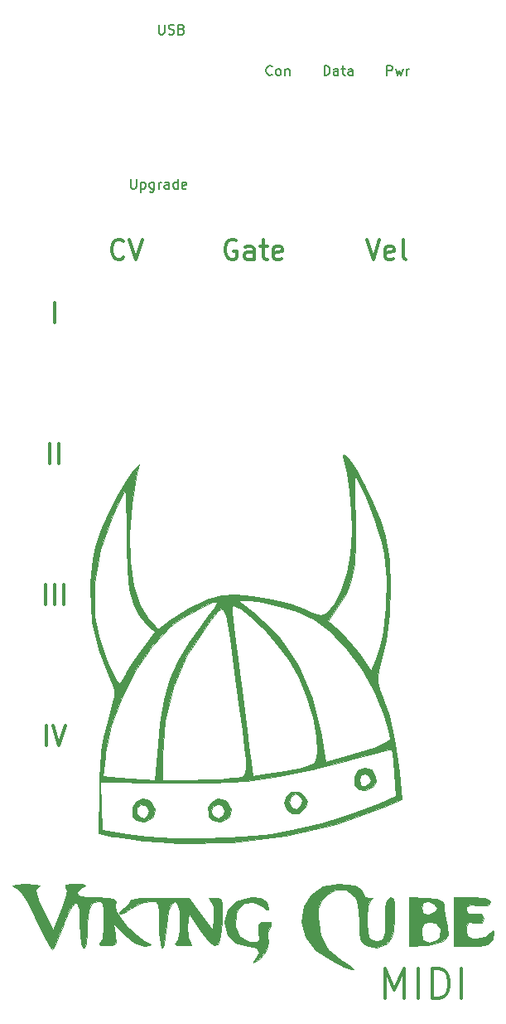
<source format=gbr>
%TF.GenerationSoftware,KiCad,Pcbnew,(6.0.6)*%
%TF.CreationDate,2022-11-26T15:14:55+01:00*%
%TF.ProjectId,vcer-midi-to-cv,76636572-2d6d-4696-9469-2d746f2d6376,rev?*%
%TF.SameCoordinates,Original*%
%TF.FileFunction,Legend,Top*%
%TF.FilePolarity,Positive*%
%FSLAX46Y46*%
G04 Gerber Fmt 4.6, Leading zero omitted, Abs format (unit mm)*
G04 Created by KiCad (PCBNEW (6.0.6)) date 2022-11-26 15:14:55*
%MOMM*%
%LPD*%
G01*
G04 APERTURE LIST*
%ADD10C,0.300000*%
%ADD11C,0.150000*%
%ADD12C,0.010000*%
G04 APERTURE END LIST*
D10*
X-66621466Y-70679761D02*
X-66621466Y-68679761D01*
X-65669086Y-70679761D02*
X-65669086Y-68679761D01*
X-64716705Y-70679761D02*
X-64716705Y-68679761D01*
X-31903571Y-110882142D02*
X-31903571Y-107882142D01*
X-30903571Y-110025000D01*
X-29903571Y-107882142D01*
X-29903571Y-110882142D01*
X-28475000Y-110882142D02*
X-28475000Y-107882142D01*
X-27046428Y-110882142D02*
X-27046428Y-107882142D01*
X-26332142Y-107882142D01*
X-25903571Y-108025000D01*
X-25617857Y-108310714D01*
X-25475000Y-108596428D01*
X-25332142Y-109167857D01*
X-25332142Y-109596428D01*
X-25475000Y-110167857D01*
X-25617857Y-110453571D01*
X-25903571Y-110739285D01*
X-26332142Y-110882142D01*
X-27046428Y-110882142D01*
X-24046428Y-110882142D02*
X-24046428Y-107882142D01*
D11*
X-31714324Y-16652380D02*
X-31714324Y-15652380D01*
X-31333371Y-15652380D01*
X-31238133Y-15700000D01*
X-31190514Y-15747619D01*
X-31142895Y-15842857D01*
X-31142895Y-15985714D01*
X-31190514Y-16080952D01*
X-31238133Y-16128571D01*
X-31333371Y-16176190D01*
X-31714324Y-16176190D01*
X-30809562Y-15985714D02*
X-30619086Y-16652380D01*
X-30428609Y-16176190D01*
X-30238133Y-16652380D01*
X-30047657Y-15985714D01*
X-29666705Y-16652380D02*
X-29666705Y-15985714D01*
X-29666705Y-16176190D02*
X-29619086Y-16080952D01*
X-29571466Y-16033333D01*
X-29476228Y-15985714D01*
X-29380990Y-15985714D01*
X-38096466Y-16652380D02*
X-38096466Y-15652380D01*
X-37858371Y-15652380D01*
X-37715514Y-15700000D01*
X-37620276Y-15795238D01*
X-37572657Y-15890476D01*
X-37525038Y-16080952D01*
X-37525038Y-16223809D01*
X-37572657Y-16414285D01*
X-37620276Y-16509523D01*
X-37715514Y-16604761D01*
X-37858371Y-16652380D01*
X-38096466Y-16652380D01*
X-36667895Y-16652380D02*
X-36667895Y-16128571D01*
X-36715514Y-16033333D01*
X-36810752Y-15985714D01*
X-37001228Y-15985714D01*
X-37096466Y-16033333D01*
X-36667895Y-16604761D02*
X-36763133Y-16652380D01*
X-37001228Y-16652380D01*
X-37096466Y-16604761D01*
X-37144086Y-16509523D01*
X-37144086Y-16414285D01*
X-37096466Y-16319047D01*
X-37001228Y-16271428D01*
X-36763133Y-16271428D01*
X-36667895Y-16223809D01*
X-36334562Y-15985714D02*
X-35953609Y-15985714D01*
X-36191705Y-15652380D02*
X-36191705Y-16509523D01*
X-36144086Y-16604761D01*
X-36048847Y-16652380D01*
X-35953609Y-16652380D01*
X-35191705Y-16652380D02*
X-35191705Y-16128571D01*
X-35239324Y-16033333D01*
X-35334562Y-15985714D01*
X-35525038Y-15985714D01*
X-35620276Y-16033333D01*
X-35191705Y-16604761D02*
X-35286943Y-16652380D01*
X-35525038Y-16652380D01*
X-35620276Y-16604761D01*
X-35667895Y-16509523D01*
X-35667895Y-16414285D01*
X-35620276Y-16319047D01*
X-35525038Y-16271428D01*
X-35286943Y-16271428D01*
X-35191705Y-16223809D01*
D10*
X-66145276Y-56279761D02*
X-66145276Y-54279761D01*
X-65192895Y-56279761D02*
X-65192895Y-54279761D01*
X-33766705Y-33429761D02*
X-33100038Y-35429761D01*
X-32433371Y-33429761D01*
X-31004800Y-35334523D02*
X-31195276Y-35429761D01*
X-31576228Y-35429761D01*
X-31766705Y-35334523D01*
X-31861943Y-35144047D01*
X-31861943Y-34382142D01*
X-31766705Y-34191666D01*
X-31576228Y-34096428D01*
X-31195276Y-34096428D01*
X-31004800Y-34191666D01*
X-30909562Y-34382142D01*
X-30909562Y-34572619D01*
X-31861943Y-34763095D01*
X-29766705Y-35429761D02*
X-29957181Y-35334523D01*
X-30052419Y-35144047D01*
X-30052419Y-33429761D01*
X-66526228Y-85079761D02*
X-66526228Y-83079761D01*
X-65859562Y-83079761D02*
X-65192895Y-85079761D01*
X-64526228Y-83079761D01*
X-65669086Y-41879761D02*
X-65669086Y-39879761D01*
D11*
X-43414324Y-16557142D02*
X-43461943Y-16604761D01*
X-43604800Y-16652380D01*
X-43700038Y-16652380D01*
X-43842895Y-16604761D01*
X-43938133Y-16509523D01*
X-43985752Y-16414285D01*
X-44033371Y-16223809D01*
X-44033371Y-16080952D01*
X-43985752Y-15890476D01*
X-43938133Y-15795238D01*
X-43842895Y-15700000D01*
X-43700038Y-15652380D01*
X-43604800Y-15652380D01*
X-43461943Y-15700000D01*
X-43414324Y-15747619D01*
X-42842895Y-16652380D02*
X-42938133Y-16604761D01*
X-42985752Y-16557142D01*
X-43033371Y-16461904D01*
X-43033371Y-16176190D01*
X-42985752Y-16080952D01*
X-42938133Y-16033333D01*
X-42842895Y-15985714D01*
X-42700038Y-15985714D01*
X-42604800Y-16033333D01*
X-42557181Y-16080952D01*
X-42509562Y-16176190D01*
X-42509562Y-16461904D01*
X-42557181Y-16557142D01*
X-42604800Y-16604761D01*
X-42700038Y-16652380D01*
X-42842895Y-16652380D01*
X-42080990Y-15985714D02*
X-42080990Y-16652380D01*
X-42080990Y-16080952D02*
X-42033371Y-16033333D01*
X-41938133Y-15985714D01*
X-41795276Y-15985714D01*
X-41700038Y-16033333D01*
X-41652419Y-16128571D01*
X-41652419Y-16652380D01*
D10*
X-58607181Y-35239285D02*
X-58702419Y-35334523D01*
X-58988133Y-35429761D01*
X-59178609Y-35429761D01*
X-59464324Y-35334523D01*
X-59654800Y-35144047D01*
X-59750038Y-34953571D01*
X-59845276Y-34572619D01*
X-59845276Y-34286904D01*
X-59750038Y-33905952D01*
X-59654800Y-33715476D01*
X-59464324Y-33525000D01*
X-59178609Y-33429761D01*
X-58988133Y-33429761D01*
X-58702419Y-33525000D01*
X-58607181Y-33620238D01*
X-58035752Y-33429761D02*
X-57369086Y-35429761D01*
X-56702419Y-33429761D01*
X-47103609Y-33525000D02*
X-47294086Y-33429761D01*
X-47579800Y-33429761D01*
X-47865514Y-33525000D01*
X-48055990Y-33715476D01*
X-48151228Y-33905952D01*
X-48246466Y-34286904D01*
X-48246466Y-34572619D01*
X-48151228Y-34953571D01*
X-48055990Y-35144047D01*
X-47865514Y-35334523D01*
X-47579800Y-35429761D01*
X-47389324Y-35429761D01*
X-47103609Y-35334523D01*
X-47008371Y-35239285D01*
X-47008371Y-34572619D01*
X-47389324Y-34572619D01*
X-45294086Y-35429761D02*
X-45294086Y-34382142D01*
X-45389324Y-34191666D01*
X-45579800Y-34096428D01*
X-45960752Y-34096428D01*
X-46151228Y-34191666D01*
X-45294086Y-35334523D02*
X-45484562Y-35429761D01*
X-45960752Y-35429761D01*
X-46151228Y-35334523D01*
X-46246466Y-35144047D01*
X-46246466Y-34953571D01*
X-46151228Y-34763095D01*
X-45960752Y-34667857D01*
X-45484562Y-34667857D01*
X-45294086Y-34572619D01*
X-44627419Y-34096428D02*
X-43865514Y-34096428D01*
X-44341705Y-33429761D02*
X-44341705Y-35144047D01*
X-44246466Y-35334523D01*
X-44055990Y-35429761D01*
X-43865514Y-35429761D01*
X-42436943Y-35334523D02*
X-42627419Y-35429761D01*
X-43008371Y-35429761D01*
X-43198847Y-35334523D01*
X-43294086Y-35144047D01*
X-43294086Y-34382142D01*
X-43198847Y-34191666D01*
X-43008371Y-34096428D01*
X-42627419Y-34096428D01*
X-42436943Y-34191666D01*
X-42341705Y-34382142D01*
X-42341705Y-34572619D01*
X-43294086Y-34763095D01*
D11*
X-55005990Y-11477380D02*
X-55005990Y-12286904D01*
X-54958371Y-12382142D01*
X-54910752Y-12429761D01*
X-54815514Y-12477380D01*
X-54625038Y-12477380D01*
X-54529800Y-12429761D01*
X-54482181Y-12382142D01*
X-54434562Y-12286904D01*
X-54434562Y-11477380D01*
X-54005990Y-12429761D02*
X-53863133Y-12477380D01*
X-53625038Y-12477380D01*
X-53529800Y-12429761D01*
X-53482181Y-12382142D01*
X-53434562Y-12286904D01*
X-53434562Y-12191666D01*
X-53482181Y-12096428D01*
X-53529800Y-12048809D01*
X-53625038Y-12001190D01*
X-53815514Y-11953571D01*
X-53910752Y-11905952D01*
X-53958371Y-11858333D01*
X-54005990Y-11763095D01*
X-54005990Y-11667857D01*
X-53958371Y-11572619D01*
X-53910752Y-11525000D01*
X-53815514Y-11477380D01*
X-53577419Y-11477380D01*
X-53434562Y-11525000D01*
X-52672657Y-11953571D02*
X-52529800Y-12001190D01*
X-52482181Y-12048809D01*
X-52434562Y-12144047D01*
X-52434562Y-12286904D01*
X-52482181Y-12382142D01*
X-52529800Y-12429761D01*
X-52625038Y-12477380D01*
X-53005990Y-12477380D01*
X-53005990Y-11477380D01*
X-52672657Y-11477380D01*
X-52577419Y-11525000D01*
X-52529800Y-11572619D01*
X-52482181Y-11667857D01*
X-52482181Y-11763095D01*
X-52529800Y-11858333D01*
X-52577419Y-11905952D01*
X-52672657Y-11953571D01*
X-53005990Y-11953571D01*
X-57877419Y-27227380D02*
X-57877419Y-28036904D01*
X-57829800Y-28132142D01*
X-57782181Y-28179761D01*
X-57686943Y-28227380D01*
X-57496466Y-28227380D01*
X-57401228Y-28179761D01*
X-57353609Y-28132142D01*
X-57305990Y-28036904D01*
X-57305990Y-27227380D01*
X-56829800Y-27560714D02*
X-56829800Y-28560714D01*
X-56829800Y-27608333D02*
X-56734562Y-27560714D01*
X-56544085Y-27560714D01*
X-56448847Y-27608333D01*
X-56401228Y-27655952D01*
X-56353609Y-27751190D01*
X-56353609Y-28036904D01*
X-56401228Y-28132142D01*
X-56448847Y-28179761D01*
X-56544085Y-28227380D01*
X-56734562Y-28227380D01*
X-56829800Y-28179761D01*
X-55496466Y-27560714D02*
X-55496466Y-28370238D01*
X-55544086Y-28465476D01*
X-55591705Y-28513095D01*
X-55686943Y-28560714D01*
X-55829800Y-28560714D01*
X-55925038Y-28513095D01*
X-55496466Y-28179761D02*
X-55591705Y-28227380D01*
X-55782181Y-28227380D01*
X-55877419Y-28179761D01*
X-55925038Y-28132142D01*
X-55972657Y-28036904D01*
X-55972657Y-27751190D01*
X-55925038Y-27655952D01*
X-55877419Y-27608333D01*
X-55782181Y-27560714D01*
X-55591705Y-27560714D01*
X-55496466Y-27608333D01*
X-55020276Y-28227380D02*
X-55020276Y-27560714D01*
X-55020276Y-27751190D02*
X-54972657Y-27655952D01*
X-54925038Y-27608333D01*
X-54829800Y-27560714D01*
X-54734562Y-27560714D01*
X-53972657Y-28227380D02*
X-53972657Y-27703571D01*
X-54020276Y-27608333D01*
X-54115514Y-27560714D01*
X-54305990Y-27560714D01*
X-54401228Y-27608333D01*
X-53972657Y-28179761D02*
X-54067895Y-28227380D01*
X-54305990Y-28227380D01*
X-54401228Y-28179761D01*
X-54448847Y-28084523D01*
X-54448847Y-27989285D01*
X-54401228Y-27894047D01*
X-54305990Y-27846428D01*
X-54067895Y-27846428D01*
X-53972657Y-27798809D01*
X-53067895Y-28227380D02*
X-53067895Y-27227380D01*
X-53067895Y-28179761D02*
X-53163133Y-28227380D01*
X-53353609Y-28227380D01*
X-53448847Y-28179761D01*
X-53496466Y-28132142D01*
X-53544086Y-28036904D01*
X-53544086Y-27751190D01*
X-53496466Y-27655952D01*
X-53448847Y-27608333D01*
X-53353609Y-27560714D01*
X-53163133Y-27560714D01*
X-53067895Y-27608333D01*
X-52210752Y-28179761D02*
X-52305990Y-28227380D01*
X-52496466Y-28227380D01*
X-52591705Y-28179761D01*
X-52639324Y-28084523D01*
X-52639324Y-27703571D01*
X-52591705Y-27608333D01*
X-52496466Y-27560714D01*
X-52305990Y-27560714D01*
X-52210752Y-27608333D01*
X-52163133Y-27703571D01*
X-52163133Y-27798809D01*
X-52639324Y-27894047D01*
%TO.C,G\u002A\u002A\u002A*%
G36*
X-41976486Y-90236210D02*
G01*
X-41412094Y-89838796D01*
X-40691830Y-89855518D01*
X-40227931Y-90162545D01*
X-39845908Y-90771559D01*
X-40028514Y-91357313D01*
X-40709662Y-91980792D01*
X-41464766Y-91981588D01*
X-41908715Y-91634900D01*
X-42201087Y-90892400D01*
X-41713204Y-90892400D01*
X-41482493Y-91387507D01*
X-40955273Y-91555769D01*
X-40493224Y-91250441D01*
X-40355941Y-90676172D01*
X-40396213Y-90531151D01*
X-40824499Y-90079044D01*
X-41043056Y-90027777D01*
X-41558664Y-90300707D01*
X-41713204Y-90892400D01*
X-42201087Y-90892400D01*
X-42202771Y-90888124D01*
X-41976486Y-90236210D01*
G37*
D12*
X-41976486Y-90236210D02*
X-41412094Y-89838796D01*
X-40691830Y-89855518D01*
X-40227931Y-90162545D01*
X-39845908Y-90771559D01*
X-40028514Y-91357313D01*
X-40709662Y-91980792D01*
X-41464766Y-91981588D01*
X-41908715Y-91634900D01*
X-42201087Y-90892400D01*
X-41713204Y-90892400D01*
X-41482493Y-91387507D01*
X-40955273Y-91555769D01*
X-40493224Y-91250441D01*
X-40355941Y-90676172D01*
X-40396213Y-90531151D01*
X-40824499Y-90079044D01*
X-41043056Y-90027777D01*
X-41558664Y-90300707D01*
X-41713204Y-90892400D01*
X-42201087Y-90892400D01*
X-42202771Y-90888124D01*
X-41976486Y-90236210D01*
G36*
X-34957639Y-99422350D02*
G01*
X-34338917Y-99771359D01*
X-34163889Y-100123089D01*
X-33874216Y-100538719D01*
X-33546528Y-100616513D01*
X-33162326Y-100691298D01*
X-33390476Y-100914485D01*
X-33688849Y-101484802D01*
X-33761104Y-102690440D01*
X-33743254Y-103113944D01*
X-33653539Y-104214891D01*
X-33486526Y-104783811D01*
X-33152142Y-104994114D01*
X-32752778Y-105020833D01*
X-32271577Y-104978438D01*
X-32007520Y-104742965D01*
X-31895652Y-104151982D01*
X-31871020Y-103043057D01*
X-31870834Y-102815329D01*
X-31833032Y-101557273D01*
X-31698455Y-100869423D01*
X-31435351Y-100619432D01*
X-31341667Y-100609825D01*
X-31047448Y-100746576D01*
X-30912397Y-101251449D01*
X-30909262Y-102266370D01*
X-30932675Y-102739956D01*
X-31052499Y-104014298D01*
X-31280207Y-104790808D01*
X-31687632Y-105276288D01*
X-31855197Y-105395805D01*
X-32740496Y-105734671D01*
X-33587105Y-105568104D01*
X-34112178Y-105307271D01*
X-34390738Y-104904137D01*
X-34499767Y-104158998D01*
X-34516667Y-103156713D01*
X-34589375Y-101935681D01*
X-34776878Y-100949651D01*
X-34957639Y-100537770D01*
X-35874120Y-99839266D01*
X-36933044Y-99810750D01*
X-37812625Y-100277758D01*
X-38434388Y-100917542D01*
X-38704321Y-101720363D01*
X-38750001Y-102594512D01*
X-38496883Y-104440864D01*
X-37692935Y-105892053D01*
X-36271258Y-107066348D01*
X-36194213Y-107113063D01*
X-35325466Y-107678533D01*
X-35054317Y-107956474D01*
X-35333904Y-107946544D01*
X-36117362Y-107648403D01*
X-37240080Y-107120667D01*
X-38962672Y-105988285D01*
X-40024358Y-104645799D01*
X-40416159Y-103110441D01*
X-40165270Y-101505655D01*
X-39419223Y-100274075D01*
X-38208075Y-99490976D01*
X-36645996Y-99202030D01*
X-34957639Y-99422350D01*
G37*
X-34957639Y-99422350D02*
X-34338917Y-99771359D01*
X-34163889Y-100123089D01*
X-33874216Y-100538719D01*
X-33546528Y-100616513D01*
X-33162326Y-100691298D01*
X-33390476Y-100914485D01*
X-33688849Y-101484802D01*
X-33761104Y-102690440D01*
X-33743254Y-103113944D01*
X-33653539Y-104214891D01*
X-33486526Y-104783811D01*
X-33152142Y-104994114D01*
X-32752778Y-105020833D01*
X-32271577Y-104978438D01*
X-32007520Y-104742965D01*
X-31895652Y-104151982D01*
X-31871020Y-103043057D01*
X-31870834Y-102815329D01*
X-31833032Y-101557273D01*
X-31698455Y-100869423D01*
X-31435351Y-100619432D01*
X-31341667Y-100609825D01*
X-31047448Y-100746576D01*
X-30912397Y-101251449D01*
X-30909262Y-102266370D01*
X-30932675Y-102739956D01*
X-31052499Y-104014298D01*
X-31280207Y-104790808D01*
X-31687632Y-105276288D01*
X-31855197Y-105395805D01*
X-32740496Y-105734671D01*
X-33587105Y-105568104D01*
X-34112178Y-105307271D01*
X-34390738Y-104904137D01*
X-34499767Y-104158998D01*
X-34516667Y-103156713D01*
X-34589375Y-101935681D01*
X-34776878Y-100949651D01*
X-34957639Y-100537770D01*
X-35874120Y-99839266D01*
X-36933044Y-99810750D01*
X-37812625Y-100277758D01*
X-38434388Y-100917542D01*
X-38704321Y-101720363D01*
X-38750001Y-102594512D01*
X-38496883Y-104440864D01*
X-37692935Y-105892053D01*
X-36271258Y-107066348D01*
X-36194213Y-107113063D01*
X-35325466Y-107678533D01*
X-35054317Y-107956474D01*
X-35333904Y-107946544D01*
X-36117362Y-107648403D01*
X-37240080Y-107120667D01*
X-38962672Y-105988285D01*
X-40024358Y-104645799D01*
X-40416159Y-103110441D01*
X-40165270Y-101505655D01*
X-39419223Y-100274075D01*
X-38208075Y-99490976D01*
X-36645996Y-99202030D01*
X-34957639Y-99422350D01*
G36*
X-60899851Y-85703443D02*
G01*
X-60654230Y-84189160D01*
X-60271231Y-82665698D01*
X-60189918Y-82387335D01*
X-59781911Y-80977723D01*
X-59569168Y-80052452D01*
X-59541379Y-79420921D01*
X-59688234Y-78892526D01*
X-59970474Y-78330390D01*
X-61119636Y-75546462D01*
X-61816245Y-72419812D01*
X-62035685Y-69168682D01*
X-61975524Y-68495920D01*
X-61633233Y-68495920D01*
X-61555163Y-71836460D01*
X-61153070Y-73913030D01*
X-60781131Y-75131389D01*
X-60308035Y-76399312D01*
X-59811156Y-77540374D01*
X-59367869Y-78378152D01*
X-59055545Y-78736221D01*
X-59036612Y-78738888D01*
X-58782812Y-78460841D01*
X-58383804Y-77785701D01*
X-58353462Y-77727536D01*
X-57835174Y-76862399D01*
X-57083758Y-75759890D01*
X-56609207Y-75116241D01*
X-55387943Y-73516298D01*
X-56232316Y-72723050D01*
X-57030399Y-71786885D01*
X-57612360Y-70623928D01*
X-58004022Y-69124400D01*
X-58231208Y-67178522D01*
X-58319738Y-64676515D01*
X-58323167Y-63834027D01*
X-58328999Y-62075994D01*
X-58349147Y-60602114D01*
X-58380691Y-59539753D01*
X-58420713Y-59016277D01*
X-58434316Y-58983333D01*
X-58624739Y-59279786D01*
X-59026579Y-60067200D01*
X-59562757Y-61192656D01*
X-59723456Y-61540972D01*
X-61023586Y-65072072D01*
X-61633233Y-68495920D01*
X-61975524Y-68495920D01*
X-61753337Y-66011314D01*
X-61494151Y-64822616D01*
X-60958679Y-63214107D01*
X-60166863Y-61367615D01*
X-59242257Y-59534873D01*
X-58308415Y-57967614D01*
X-57762387Y-57219444D01*
X-57034376Y-56337500D01*
X-57235221Y-57219444D01*
X-57808427Y-60424448D01*
X-58056252Y-63484975D01*
X-57986700Y-66298806D01*
X-57607776Y-68763725D01*
X-56927484Y-70777511D01*
X-56068871Y-72114462D01*
X-55086845Y-73213540D01*
X-53885784Y-72312342D01*
X-52042293Y-71120880D01*
X-50257499Y-70272222D01*
X-46927247Y-70272222D01*
X-45188912Y-71646296D01*
X-42734319Y-74026050D01*
X-40785941Y-76887226D01*
X-39340466Y-80236245D01*
X-38394588Y-84079533D01*
X-38231136Y-85152733D01*
X-38008516Y-86804078D01*
X-36174397Y-86285757D01*
X-34765355Y-85862965D01*
X-33343553Y-85399085D01*
X-32840973Y-85222596D01*
X-31943308Y-84838993D01*
X-31407792Y-84499312D01*
X-31341667Y-84391315D01*
X-31439199Y-83930183D01*
X-31694548Y-83000372D01*
X-32042016Y-81837408D01*
X-32969555Y-79536210D01*
X-34275860Y-77254854D01*
X-35837635Y-75156277D01*
X-37531584Y-73403413D01*
X-38934272Y-72378501D01*
X-37728048Y-72378501D01*
X-36532990Y-73427776D01*
X-35571574Y-74396669D01*
X-34599177Y-75562990D01*
X-34318461Y-75948148D01*
X-33298990Y-77419246D01*
X-32833313Y-76277999D01*
X-32482909Y-75224764D01*
X-32143512Y-73902577D01*
X-32031040Y-73361892D01*
X-31752077Y-70906976D01*
X-31742836Y-68181219D01*
X-31995371Y-65554929D01*
X-32224114Y-64365841D01*
X-32527775Y-63294743D01*
X-32970753Y-61990283D01*
X-33487963Y-60614388D01*
X-34014318Y-59328987D01*
X-34484732Y-58296007D01*
X-34834120Y-57677376D01*
X-34954773Y-57572222D01*
X-34993051Y-57901974D01*
X-35002076Y-58800399D01*
X-34982530Y-60131250D01*
X-34935096Y-61758278D01*
X-34933615Y-61799985D01*
X-34900943Y-64427251D01*
X-35031621Y-66506472D01*
X-35353220Y-68181971D01*
X-35893308Y-69598071D01*
X-36669017Y-70884389D01*
X-37728048Y-72378501D01*
X-38934272Y-72378501D01*
X-39234411Y-72159197D01*
X-39455556Y-72040459D01*
X-40960290Y-71391798D01*
X-42690293Y-70827934D01*
X-44363946Y-70428295D01*
X-45699628Y-70272313D01*
X-45724875Y-70272222D01*
X-46927247Y-70272222D01*
X-50257499Y-70272222D01*
X-50128473Y-70210871D01*
X-48558449Y-69739864D01*
X-47183630Y-69663357D01*
X-45403454Y-69815055D01*
X-43464495Y-70153362D01*
X-41613328Y-70636681D01*
X-40279924Y-71136429D01*
X-39190163Y-71597272D01*
X-38504753Y-71752991D01*
X-38007349Y-71633946D01*
X-37772146Y-71488330D01*
X-37016298Y-70624720D01*
X-36328685Y-69225367D01*
X-35769975Y-67460043D01*
X-35400840Y-65498519D01*
X-35313515Y-64608403D01*
X-35285106Y-63025681D01*
X-35368727Y-61117608D01*
X-35542069Y-59123618D01*
X-35782821Y-57283145D01*
X-36068675Y-55835624D01*
X-36161374Y-55509100D01*
X-36112895Y-55324399D01*
X-35723260Y-55669922D01*
X-35603190Y-55808333D01*
X-34840330Y-56917659D01*
X-33983036Y-58481246D01*
X-33136017Y-60276489D01*
X-32403984Y-62080782D01*
X-31891648Y-63671518D01*
X-31876137Y-63731757D01*
X-31481676Y-66068639D01*
X-31339044Y-68790931D01*
X-31443332Y-71626858D01*
X-31789629Y-74304642D01*
X-32091459Y-75648774D01*
X-32455375Y-77054753D01*
X-32630545Y-77992273D01*
X-32626162Y-78670097D01*
X-32451418Y-79296988D01*
X-32271152Y-79729743D01*
X-31459448Y-82065251D01*
X-30831406Y-84872792D01*
X-30446201Y-87821842D01*
X-30202829Y-90611816D01*
X-31918776Y-91342177D01*
X-36828403Y-93082337D01*
X-42076596Y-94295803D01*
X-47506453Y-94958199D01*
X-52961075Y-95045148D01*
X-54977778Y-94924676D01*
X-56633090Y-94769915D01*
X-58191349Y-94589255D01*
X-59401084Y-94413104D01*
X-59740278Y-94348746D01*
X-61151389Y-94045216D01*
X-61097715Y-89655246D01*
X-61073456Y-88761069D01*
X-61002996Y-88761069D01*
X-60900804Y-91246506D01*
X-60798612Y-93731944D01*
X-58329167Y-94131108D01*
X-56172697Y-94376927D01*
X-53554846Y-94517658D01*
X-50711827Y-94553885D01*
X-47879857Y-94486195D01*
X-45295151Y-94315172D01*
X-43501979Y-94094376D01*
X-41010303Y-93617241D01*
X-38421025Y-92994974D01*
X-35944837Y-92286783D01*
X-33792433Y-91551880D01*
X-32458411Y-90990830D01*
X-30812500Y-90204166D01*
X-30935515Y-87911111D01*
X-31016261Y-86718503D01*
X-31107043Y-85843222D01*
X-31183630Y-85487532D01*
X-31549672Y-85530317D01*
X-32462291Y-85739979D01*
X-33791262Y-86084025D01*
X-35406361Y-86529963D01*
X-35722914Y-86620118D01*
X-39341340Y-87568867D01*
X-42704394Y-88246847D01*
X-46034092Y-88681014D01*
X-49552453Y-88898327D01*
X-53481495Y-88925740D01*
X-54550804Y-88906152D01*
X-61002996Y-88761069D01*
X-61073456Y-88761069D01*
X-61058740Y-88218640D01*
X-60718004Y-88218640D01*
X-59170808Y-88356020D01*
X-57903102Y-88459623D01*
X-56718908Y-88542592D01*
X-56507183Y-88555033D01*
X-55390754Y-88616666D01*
X-54625001Y-88616666D01*
X-51852016Y-88616666D01*
X-50266685Y-88588196D01*
X-48728186Y-88513377D01*
X-47558221Y-88408093D01*
X-47517526Y-88402638D01*
X-47015708Y-88352780D01*
X-46626926Y-88303684D01*
X-46347468Y-88175970D01*
X-46173620Y-87890261D01*
X-46101672Y-87367177D01*
X-46127910Y-86527339D01*
X-46248621Y-85291369D01*
X-46460094Y-83579888D01*
X-46758617Y-81313517D01*
X-47074107Y-78921528D01*
X-47422690Y-76229808D01*
X-47695520Y-74176054D01*
X-47922284Y-72700596D01*
X-48132670Y-71743769D01*
X-48356365Y-71245905D01*
X-48623058Y-71147336D01*
X-48962437Y-71388395D01*
X-49404189Y-71909415D01*
X-49978003Y-72650728D01*
X-50110396Y-72819128D01*
X-52168453Y-75892459D01*
X-53584099Y-79135803D01*
X-54389433Y-82643429D01*
X-54618875Y-86059027D01*
X-54625001Y-88616666D01*
X-55390754Y-88616666D01*
X-55173112Y-85882638D01*
X-54869391Y-82879333D01*
X-54450344Y-80413747D01*
X-53859538Y-78320507D01*
X-53040538Y-76434240D01*
X-51936913Y-74589572D01*
X-50769620Y-72978515D01*
X-49951694Y-71880960D01*
X-49351863Y-71011802D01*
X-49258815Y-70849850D01*
X-47560429Y-70849850D01*
X-47555432Y-71428271D01*
X-47477367Y-72084966D01*
X-47366464Y-72960505D01*
X-47185636Y-74376799D01*
X-46955246Y-76174847D01*
X-46695655Y-78195649D01*
X-46534929Y-79444444D01*
X-46268619Y-81514861D01*
X-46020339Y-83450267D01*
X-45810135Y-85094002D01*
X-45658058Y-86289403D01*
X-45602732Y-86728834D01*
X-45420269Y-88192390D01*
X-43937218Y-87993842D01*
X-42649080Y-87788745D01*
X-41183288Y-87510567D01*
X-40690278Y-87405912D01*
X-39648687Y-87144368D01*
X-39111453Y-86844406D01*
X-38890029Y-86334595D01*
X-38817069Y-85702774D01*
X-38887305Y-84153225D01*
X-39275245Y-82213500D01*
X-39925998Y-80092575D01*
X-40784676Y-77999428D01*
X-40908170Y-77741372D01*
X-41738303Y-76336040D01*
X-42879403Y-74793578D01*
X-44175495Y-73291794D01*
X-45470601Y-72008491D01*
X-46608745Y-71121476D01*
X-46826009Y-70995347D01*
X-47344426Y-70750941D01*
X-47560429Y-70849850D01*
X-49258815Y-70849850D01*
X-49061321Y-70506108D01*
X-49052564Y-70435399D01*
X-49463365Y-70468745D01*
X-50286090Y-70799005D01*
X-51344797Y-71332935D01*
X-52463544Y-71977292D01*
X-53466389Y-72638831D01*
X-53999324Y-73057030D01*
X-55792450Y-74989635D01*
X-57432262Y-77430655D01*
X-58822262Y-80185237D01*
X-59865950Y-83058531D01*
X-60466828Y-85855687D01*
X-60506662Y-86196631D01*
X-60718004Y-88218640D01*
X-61058740Y-88218640D01*
X-61037783Y-87446241D01*
X-60899851Y-85703443D01*
G37*
X-60899851Y-85703443D02*
X-60654230Y-84189160D01*
X-60271231Y-82665698D01*
X-60189918Y-82387335D01*
X-59781911Y-80977723D01*
X-59569168Y-80052452D01*
X-59541379Y-79420921D01*
X-59688234Y-78892526D01*
X-59970474Y-78330390D01*
X-61119636Y-75546462D01*
X-61816245Y-72419812D01*
X-62035685Y-69168682D01*
X-61975524Y-68495920D01*
X-61633233Y-68495920D01*
X-61555163Y-71836460D01*
X-61153070Y-73913030D01*
X-60781131Y-75131389D01*
X-60308035Y-76399312D01*
X-59811156Y-77540374D01*
X-59367869Y-78378152D01*
X-59055545Y-78736221D01*
X-59036612Y-78738888D01*
X-58782812Y-78460841D01*
X-58383804Y-77785701D01*
X-58353462Y-77727536D01*
X-57835174Y-76862399D01*
X-57083758Y-75759890D01*
X-56609207Y-75116241D01*
X-55387943Y-73516298D01*
X-56232316Y-72723050D01*
X-57030399Y-71786885D01*
X-57612360Y-70623928D01*
X-58004022Y-69124400D01*
X-58231208Y-67178522D01*
X-58319738Y-64676515D01*
X-58323167Y-63834027D01*
X-58328999Y-62075994D01*
X-58349147Y-60602114D01*
X-58380691Y-59539753D01*
X-58420713Y-59016277D01*
X-58434316Y-58983333D01*
X-58624739Y-59279786D01*
X-59026579Y-60067200D01*
X-59562757Y-61192656D01*
X-59723456Y-61540972D01*
X-61023586Y-65072072D01*
X-61633233Y-68495920D01*
X-61975524Y-68495920D01*
X-61753337Y-66011314D01*
X-61494151Y-64822616D01*
X-60958679Y-63214107D01*
X-60166863Y-61367615D01*
X-59242257Y-59534873D01*
X-58308415Y-57967614D01*
X-57762387Y-57219444D01*
X-57034376Y-56337500D01*
X-57235221Y-57219444D01*
X-57808427Y-60424448D01*
X-58056252Y-63484975D01*
X-57986700Y-66298806D01*
X-57607776Y-68763725D01*
X-56927484Y-70777511D01*
X-56068871Y-72114462D01*
X-55086845Y-73213540D01*
X-53885784Y-72312342D01*
X-52042293Y-71120880D01*
X-50257499Y-70272222D01*
X-46927247Y-70272222D01*
X-45188912Y-71646296D01*
X-42734319Y-74026050D01*
X-40785941Y-76887226D01*
X-39340466Y-80236245D01*
X-38394588Y-84079533D01*
X-38231136Y-85152733D01*
X-38008516Y-86804078D01*
X-36174397Y-86285757D01*
X-34765355Y-85862965D01*
X-33343553Y-85399085D01*
X-32840973Y-85222596D01*
X-31943308Y-84838993D01*
X-31407792Y-84499312D01*
X-31341667Y-84391315D01*
X-31439199Y-83930183D01*
X-31694548Y-83000372D01*
X-32042016Y-81837408D01*
X-32969555Y-79536210D01*
X-34275860Y-77254854D01*
X-35837635Y-75156277D01*
X-37531584Y-73403413D01*
X-38934272Y-72378501D01*
X-37728048Y-72378501D01*
X-36532990Y-73427776D01*
X-35571574Y-74396669D01*
X-34599177Y-75562990D01*
X-34318461Y-75948148D01*
X-33298990Y-77419246D01*
X-32833313Y-76277999D01*
X-32482909Y-75224764D01*
X-32143512Y-73902577D01*
X-32031040Y-73361892D01*
X-31752077Y-70906976D01*
X-31742836Y-68181219D01*
X-31995371Y-65554929D01*
X-32224114Y-64365841D01*
X-32527775Y-63294743D01*
X-32970753Y-61990283D01*
X-33487963Y-60614388D01*
X-34014318Y-59328987D01*
X-34484732Y-58296007D01*
X-34834120Y-57677376D01*
X-34954773Y-57572222D01*
X-34993051Y-57901974D01*
X-35002076Y-58800399D01*
X-34982530Y-60131250D01*
X-34935096Y-61758278D01*
X-34933615Y-61799985D01*
X-34900943Y-64427251D01*
X-35031621Y-66506472D01*
X-35353220Y-68181971D01*
X-35893308Y-69598071D01*
X-36669017Y-70884389D01*
X-37728048Y-72378501D01*
X-38934272Y-72378501D01*
X-39234411Y-72159197D01*
X-39455556Y-72040459D01*
X-40960290Y-71391798D01*
X-42690293Y-70827934D01*
X-44363946Y-70428295D01*
X-45699628Y-70272313D01*
X-45724875Y-70272222D01*
X-46927247Y-70272222D01*
X-50257499Y-70272222D01*
X-50128473Y-70210871D01*
X-48558449Y-69739864D01*
X-47183630Y-69663357D01*
X-45403454Y-69815055D01*
X-43464495Y-70153362D01*
X-41613328Y-70636681D01*
X-40279924Y-71136429D01*
X-39190163Y-71597272D01*
X-38504753Y-71752991D01*
X-38007349Y-71633946D01*
X-37772146Y-71488330D01*
X-37016298Y-70624720D01*
X-36328685Y-69225367D01*
X-35769975Y-67460043D01*
X-35400840Y-65498519D01*
X-35313515Y-64608403D01*
X-35285106Y-63025681D01*
X-35368727Y-61117608D01*
X-35542069Y-59123618D01*
X-35782821Y-57283145D01*
X-36068675Y-55835624D01*
X-36161374Y-55509100D01*
X-36112895Y-55324399D01*
X-35723260Y-55669922D01*
X-35603190Y-55808333D01*
X-34840330Y-56917659D01*
X-33983036Y-58481246D01*
X-33136017Y-60276489D01*
X-32403984Y-62080782D01*
X-31891648Y-63671518D01*
X-31876137Y-63731757D01*
X-31481676Y-66068639D01*
X-31339044Y-68790931D01*
X-31443332Y-71626858D01*
X-31789629Y-74304642D01*
X-32091459Y-75648774D01*
X-32455375Y-77054753D01*
X-32630545Y-77992273D01*
X-32626162Y-78670097D01*
X-32451418Y-79296988D01*
X-32271152Y-79729743D01*
X-31459448Y-82065251D01*
X-30831406Y-84872792D01*
X-30446201Y-87821842D01*
X-30202829Y-90611816D01*
X-31918776Y-91342177D01*
X-36828403Y-93082337D01*
X-42076596Y-94295803D01*
X-47506453Y-94958199D01*
X-52961075Y-95045148D01*
X-54977778Y-94924676D01*
X-56633090Y-94769915D01*
X-58191349Y-94589255D01*
X-59401084Y-94413104D01*
X-59740278Y-94348746D01*
X-61151389Y-94045216D01*
X-61097715Y-89655246D01*
X-61073456Y-88761069D01*
X-61002996Y-88761069D01*
X-60900804Y-91246506D01*
X-60798612Y-93731944D01*
X-58329167Y-94131108D01*
X-56172697Y-94376927D01*
X-53554846Y-94517658D01*
X-50711827Y-94553885D01*
X-47879857Y-94486195D01*
X-45295151Y-94315172D01*
X-43501979Y-94094376D01*
X-41010303Y-93617241D01*
X-38421025Y-92994974D01*
X-35944837Y-92286783D01*
X-33792433Y-91551880D01*
X-32458411Y-90990830D01*
X-30812500Y-90204166D01*
X-30935515Y-87911111D01*
X-31016261Y-86718503D01*
X-31107043Y-85843222D01*
X-31183630Y-85487532D01*
X-31549672Y-85530317D01*
X-32462291Y-85739979D01*
X-33791262Y-86084025D01*
X-35406361Y-86529963D01*
X-35722914Y-86620118D01*
X-39341340Y-87568867D01*
X-42704394Y-88246847D01*
X-46034092Y-88681014D01*
X-49552453Y-88898327D01*
X-53481495Y-88925740D01*
X-54550804Y-88906152D01*
X-61002996Y-88761069D01*
X-61073456Y-88761069D01*
X-61058740Y-88218640D01*
X-60718004Y-88218640D01*
X-59170808Y-88356020D01*
X-57903102Y-88459623D01*
X-56718908Y-88542592D01*
X-56507183Y-88555033D01*
X-55390754Y-88616666D01*
X-54625001Y-88616666D01*
X-51852016Y-88616666D01*
X-50266685Y-88588196D01*
X-48728186Y-88513377D01*
X-47558221Y-88408093D01*
X-47517526Y-88402638D01*
X-47015708Y-88352780D01*
X-46626926Y-88303684D01*
X-46347468Y-88175970D01*
X-46173620Y-87890261D01*
X-46101672Y-87367177D01*
X-46127910Y-86527339D01*
X-46248621Y-85291369D01*
X-46460094Y-83579888D01*
X-46758617Y-81313517D01*
X-47074107Y-78921528D01*
X-47422690Y-76229808D01*
X-47695520Y-74176054D01*
X-47922284Y-72700596D01*
X-48132670Y-71743769D01*
X-48356365Y-71245905D01*
X-48623058Y-71147336D01*
X-48962437Y-71388395D01*
X-49404189Y-71909415D01*
X-49978003Y-72650728D01*
X-50110396Y-72819128D01*
X-52168453Y-75892459D01*
X-53584099Y-79135803D01*
X-54389433Y-82643429D01*
X-54618875Y-86059027D01*
X-54625001Y-88616666D01*
X-55390754Y-88616666D01*
X-55173112Y-85882638D01*
X-54869391Y-82879333D01*
X-54450344Y-80413747D01*
X-53859538Y-78320507D01*
X-53040538Y-76434240D01*
X-51936913Y-74589572D01*
X-50769620Y-72978515D01*
X-49951694Y-71880960D01*
X-49351863Y-71011802D01*
X-49258815Y-70849850D01*
X-47560429Y-70849850D01*
X-47555432Y-71428271D01*
X-47477367Y-72084966D01*
X-47366464Y-72960505D01*
X-47185636Y-74376799D01*
X-46955246Y-76174847D01*
X-46695655Y-78195649D01*
X-46534929Y-79444444D01*
X-46268619Y-81514861D01*
X-46020339Y-83450267D01*
X-45810135Y-85094002D01*
X-45658058Y-86289403D01*
X-45602732Y-86728834D01*
X-45420269Y-88192390D01*
X-43937218Y-87993842D01*
X-42649080Y-87788745D01*
X-41183288Y-87510567D01*
X-40690278Y-87405912D01*
X-39648687Y-87144368D01*
X-39111453Y-86844406D01*
X-38890029Y-86334595D01*
X-38817069Y-85702774D01*
X-38887305Y-84153225D01*
X-39275245Y-82213500D01*
X-39925998Y-80092575D01*
X-40784676Y-77999428D01*
X-40908170Y-77741372D01*
X-41738303Y-76336040D01*
X-42879403Y-74793578D01*
X-44175495Y-73291794D01*
X-45470601Y-72008491D01*
X-46608745Y-71121476D01*
X-46826009Y-70995347D01*
X-47344426Y-70750941D01*
X-47560429Y-70849850D01*
X-49258815Y-70849850D01*
X-49061321Y-70506108D01*
X-49052564Y-70435399D01*
X-49463365Y-70468745D01*
X-50286090Y-70799005D01*
X-51344797Y-71332935D01*
X-52463544Y-71977292D01*
X-53466389Y-72638831D01*
X-53999324Y-73057030D01*
X-55792450Y-74989635D01*
X-57432262Y-77430655D01*
X-58822262Y-80185237D01*
X-59865950Y-83058531D01*
X-60466828Y-85855687D01*
X-60506662Y-86196631D01*
X-60718004Y-88218640D01*
X-61058740Y-88218640D01*
X-61037783Y-87446241D01*
X-60899851Y-85703443D01*
G36*
X-27637500Y-100683928D02*
G01*
X-26591832Y-100772462D01*
X-26066852Y-100957273D01*
X-25878084Y-101358060D01*
X-25846828Y-101845833D01*
X-25728915Y-102854808D01*
X-25526102Y-103569478D01*
X-25409863Y-104450525D01*
X-25939285Y-105072425D01*
X-27098343Y-105420946D01*
X-27673834Y-105477182D01*
X-29401389Y-105580754D01*
X-29401389Y-104138888D01*
X-28166667Y-104138888D01*
X-28069343Y-104897718D01*
X-27665986Y-105174270D01*
X-27322466Y-105197222D01*
X-26590862Y-105000178D01*
X-26275205Y-104668055D01*
X-26222404Y-103786822D01*
X-26729223Y-103208069D01*
X-27322466Y-103080555D01*
X-27927762Y-103202565D01*
X-28148360Y-103708234D01*
X-28166667Y-104138888D01*
X-29401389Y-104138888D01*
X-29401389Y-101669444D01*
X-28166667Y-101669444D01*
X-28005532Y-102235200D01*
X-27406157Y-102315884D01*
X-27372917Y-102311341D01*
X-26752328Y-102023007D01*
X-26579167Y-101669444D01*
X-26879462Y-101213069D01*
X-27372917Y-101027547D01*
X-27992075Y-101092805D01*
X-28166480Y-101637869D01*
X-28166667Y-101669444D01*
X-29401389Y-101669444D01*
X-29401389Y-100580356D01*
X-27637500Y-100683928D01*
G37*
X-27637500Y-100683928D02*
X-26591832Y-100772462D01*
X-26066852Y-100957273D01*
X-25878084Y-101358060D01*
X-25846828Y-101845833D01*
X-25728915Y-102854808D01*
X-25526102Y-103569478D01*
X-25409863Y-104450525D01*
X-25939285Y-105072425D01*
X-27098343Y-105420946D01*
X-27673834Y-105477182D01*
X-29401389Y-105580754D01*
X-29401389Y-104138888D01*
X-28166667Y-104138888D01*
X-28069343Y-104897718D01*
X-27665986Y-105174270D01*
X-27322466Y-105197222D01*
X-26590862Y-105000178D01*
X-26275205Y-104668055D01*
X-26222404Y-103786822D01*
X-26729223Y-103208069D01*
X-27322466Y-103080555D01*
X-27927762Y-103202565D01*
X-28148360Y-103708234D01*
X-28166667Y-104138888D01*
X-29401389Y-104138888D01*
X-29401389Y-101669444D01*
X-28166667Y-101669444D01*
X-28005532Y-102235200D01*
X-27406157Y-102315884D01*
X-27372917Y-102311341D01*
X-26752328Y-102023007D01*
X-26579167Y-101669444D01*
X-26879462Y-101213069D01*
X-27372917Y-101027547D01*
X-27992075Y-101092805D01*
X-28166480Y-101637869D01*
X-28166667Y-101669444D01*
X-29401389Y-101669444D01*
X-29401389Y-100580356D01*
X-27637500Y-100683928D01*
G36*
X-44541192Y-100694137D02*
G01*
X-44069847Y-101009816D01*
X-43930959Y-101349138D01*
X-43832487Y-101851092D01*
X-44033111Y-101807007D01*
X-44404765Y-101483715D01*
X-45310922Y-101052635D01*
X-46230564Y-101193447D01*
X-46919760Y-101836105D01*
X-47085584Y-102253525D01*
X-47160504Y-103527276D01*
X-46753922Y-104522311D01*
X-45943311Y-105081195D01*
X-45666765Y-105136715D01*
X-44977166Y-105155164D01*
X-44758250Y-104853465D01*
X-44818409Y-104166577D01*
X-44860555Y-103408872D01*
X-44582516Y-103119245D01*
X-44113762Y-103080555D01*
X-43530915Y-103147717D01*
X-43548048Y-103426724D01*
X-43676064Y-103594268D01*
X-43934206Y-104186097D01*
X-43884856Y-104459989D01*
X-43781570Y-105198163D01*
X-44069389Y-106098446D01*
X-44624156Y-106840956D01*
X-44875997Y-107013598D01*
X-45371087Y-107236381D01*
X-45325008Y-107084254D01*
X-45188195Y-106933737D01*
X-44753804Y-106220099D01*
X-44973181Y-105742524D01*
X-45819398Y-105551425D01*
X-45927269Y-105550000D01*
X-47176497Y-105263111D01*
X-47981711Y-104449021D01*
X-48274823Y-103177598D01*
X-48275000Y-103140972D01*
X-47978012Y-101871117D01*
X-47138634Y-101008838D01*
X-45834251Y-100624526D01*
X-45493923Y-100611111D01*
X-44541192Y-100694137D01*
G37*
X-44541192Y-100694137D02*
X-44069847Y-101009816D01*
X-43930959Y-101349138D01*
X-43832487Y-101851092D01*
X-44033111Y-101807007D01*
X-44404765Y-101483715D01*
X-45310922Y-101052635D01*
X-46230564Y-101193447D01*
X-46919760Y-101836105D01*
X-47085584Y-102253525D01*
X-47160504Y-103527276D01*
X-46753922Y-104522311D01*
X-45943311Y-105081195D01*
X-45666765Y-105136715D01*
X-44977166Y-105155164D01*
X-44758250Y-104853465D01*
X-44818409Y-104166577D01*
X-44860555Y-103408872D01*
X-44582516Y-103119245D01*
X-44113762Y-103080555D01*
X-43530915Y-103147717D01*
X-43548048Y-103426724D01*
X-43676064Y-103594268D01*
X-43934206Y-104186097D01*
X-43884856Y-104459989D01*
X-43781570Y-105198163D01*
X-44069389Y-106098446D01*
X-44624156Y-106840956D01*
X-44875997Y-107013598D01*
X-45371087Y-107236381D01*
X-45325008Y-107084254D01*
X-45188195Y-106933737D01*
X-44753804Y-106220099D01*
X-44973181Y-105742524D01*
X-45819398Y-105551425D01*
X-45927269Y-105550000D01*
X-47176497Y-105263111D01*
X-47981711Y-104449021D01*
X-48274823Y-103177598D01*
X-48275000Y-103140972D01*
X-47978012Y-101871117D01*
X-47138634Y-101008838D01*
X-45834251Y-100624526D01*
X-45493923Y-100611111D01*
X-44541192Y-100694137D01*
G36*
X-57349348Y-90798327D02*
G01*
X-56701583Y-90484891D01*
X-55978751Y-90668953D01*
X-55796110Y-90822144D01*
X-55419137Y-91583492D01*
X-55593807Y-92325745D01*
X-56219526Y-92795192D01*
X-56600123Y-92850000D01*
X-57341884Y-92658326D01*
X-57672427Y-92320833D01*
X-57693603Y-92030600D01*
X-57316811Y-92030600D01*
X-56858048Y-92444196D01*
X-56544458Y-92497222D01*
X-56132340Y-92203495D01*
X-56036112Y-91791666D01*
X-56287160Y-91224133D01*
X-56821844Y-91100174D01*
X-57270834Y-91438888D01*
X-57316811Y-92030600D01*
X-57693603Y-92030600D01*
X-57735233Y-91460046D01*
X-57349348Y-90798327D01*
G37*
X-57349348Y-90798327D02*
X-56701583Y-90484891D01*
X-55978751Y-90668953D01*
X-55796110Y-90822144D01*
X-55419137Y-91583492D01*
X-55593807Y-92325745D01*
X-56219526Y-92795192D01*
X-56600123Y-92850000D01*
X-57341884Y-92658326D01*
X-57672427Y-92320833D01*
X-57693603Y-92030600D01*
X-57316811Y-92030600D01*
X-56858048Y-92444196D01*
X-56544458Y-92497222D01*
X-56132340Y-92203495D01*
X-56036112Y-91791666D01*
X-56287160Y-91224133D01*
X-56821844Y-91100174D01*
X-57270834Y-91438888D01*
X-57316811Y-92030600D01*
X-57693603Y-92030600D01*
X-57735233Y-91460046D01*
X-57349348Y-90798327D01*
G36*
X-48874516Y-100643651D02*
G01*
X-48620227Y-100837667D01*
X-48522926Y-101350930D01*
X-48535073Y-102336605D01*
X-48568532Y-103079760D01*
X-48701020Y-104560588D01*
X-48954369Y-105355621D01*
X-49372600Y-105480425D01*
X-49999731Y-104950562D01*
X-50815692Y-103874305D01*
X-51979167Y-102198611D01*
X-52091774Y-103573814D01*
X-52050544Y-104665841D01*
X-51738997Y-105244106D01*
X-51679705Y-105441964D01*
X-52284808Y-105517696D01*
X-52508334Y-105516747D01*
X-53196963Y-105460658D01*
X-53362198Y-105349548D01*
X-53302084Y-105316362D01*
X-53024964Y-104891490D01*
X-52870296Y-104042807D01*
X-52834301Y-102998111D01*
X-52913200Y-101985200D01*
X-53103214Y-101231870D01*
X-53374293Y-100963888D01*
X-53760487Y-101225760D01*
X-54052646Y-102048324D01*
X-54265710Y-103487000D01*
X-54358116Y-104613285D01*
X-54473294Y-105402412D01*
X-54651163Y-105726575D01*
X-54713195Y-105701016D01*
X-54851113Y-105231228D01*
X-54946828Y-104274974D01*
X-54977778Y-103198148D01*
X-54993232Y-101985623D01*
X-55083752Y-101316973D01*
X-55315578Y-101030575D01*
X-55754951Y-100964802D01*
X-55893459Y-100963888D01*
X-56809485Y-101168354D01*
X-57792035Y-101664860D01*
X-57854048Y-101707929D01*
X-58582058Y-102148390D01*
X-59044561Y-102285402D01*
X-59085248Y-102265678D01*
X-58965610Y-101984778D01*
X-58525890Y-101680326D01*
X-58031483Y-101258220D01*
X-57987329Y-100946188D01*
X-57764254Y-100784199D01*
X-56929023Y-100673190D01*
X-55573864Y-100623469D01*
X-55086793Y-100622019D01*
X-51979167Y-100632927D01*
X-50744445Y-102275847D01*
X-49509723Y-103918768D01*
X-49397116Y-102565430D01*
X-49439589Y-101488087D01*
X-49749893Y-100917004D01*
X-49895057Y-100694405D01*
X-49369325Y-100616081D01*
X-49333334Y-100615718D01*
X-48874516Y-100643651D01*
G37*
X-48874516Y-100643651D02*
X-48620227Y-100837667D01*
X-48522926Y-101350930D01*
X-48535073Y-102336605D01*
X-48568532Y-103079760D01*
X-48701020Y-104560588D01*
X-48954369Y-105355621D01*
X-49372600Y-105480425D01*
X-49999731Y-104950562D01*
X-50815692Y-103874305D01*
X-51979167Y-102198611D01*
X-52091774Y-103573814D01*
X-52050544Y-104665841D01*
X-51738997Y-105244106D01*
X-51679705Y-105441964D01*
X-52284808Y-105517696D01*
X-52508334Y-105516747D01*
X-53196963Y-105460658D01*
X-53362198Y-105349548D01*
X-53302084Y-105316362D01*
X-53024964Y-104891490D01*
X-52870296Y-104042807D01*
X-52834301Y-102998111D01*
X-52913200Y-101985200D01*
X-53103214Y-101231870D01*
X-53374293Y-100963888D01*
X-53760487Y-101225760D01*
X-54052646Y-102048324D01*
X-54265710Y-103487000D01*
X-54358116Y-104613285D01*
X-54473294Y-105402412D01*
X-54651163Y-105726575D01*
X-54713195Y-105701016D01*
X-54851113Y-105231228D01*
X-54946828Y-104274974D01*
X-54977778Y-103198148D01*
X-54993232Y-101985623D01*
X-55083752Y-101316973D01*
X-55315578Y-101030575D01*
X-55754951Y-100964802D01*
X-55893459Y-100963888D01*
X-56809485Y-101168354D01*
X-57792035Y-101664860D01*
X-57854048Y-101707929D01*
X-58582058Y-102148390D01*
X-59044561Y-102285402D01*
X-59085248Y-102265678D01*
X-58965610Y-101984778D01*
X-58525890Y-101680326D01*
X-58031483Y-101258220D01*
X-57987329Y-100946188D01*
X-57764254Y-100784199D01*
X-56929023Y-100673190D01*
X-55573864Y-100623469D01*
X-55086793Y-100622019D01*
X-51979167Y-100632927D01*
X-50744445Y-102275847D01*
X-49509723Y-103918768D01*
X-49397116Y-102565430D01*
X-49439589Y-101488087D01*
X-49749893Y-100917004D01*
X-49895057Y-100694405D01*
X-49369325Y-100616081D01*
X-49333334Y-100615718D01*
X-48874516Y-100643651D01*
G36*
X-62781819Y-99251678D02*
G01*
X-62566583Y-99373957D01*
X-62827084Y-99581034D01*
X-63388039Y-100044414D01*
X-63264200Y-100374325D01*
X-62464810Y-100564277D01*
X-61360805Y-100611111D01*
X-60205161Y-100631019D01*
X-59605879Y-100729034D01*
X-59414070Y-100962596D01*
X-59468105Y-101341263D01*
X-59402481Y-102013596D01*
X-58841311Y-102880281D01*
X-58288550Y-103492290D01*
X-57393289Y-104344317D01*
X-56579857Y-104992408D01*
X-56212501Y-105209220D01*
X-55798359Y-105420104D01*
X-55998112Y-105506830D01*
X-56482057Y-105527638D01*
X-57535339Y-105233361D01*
X-58533836Y-104403472D01*
X-59610503Y-103256944D01*
X-59471906Y-104403472D01*
X-59433268Y-105185730D01*
X-59702105Y-105487190D01*
X-60418738Y-105522149D01*
X-61033555Y-105456833D01*
X-61101259Y-105333965D01*
X-61063195Y-105316362D01*
X-60781731Y-104840922D01*
X-60638235Y-103739467D01*
X-60622223Y-103051157D01*
X-60651070Y-101873819D01*
X-60771483Y-101241253D01*
X-61034265Y-100993853D01*
X-61286633Y-100963888D01*
X-61837593Y-101191469D01*
X-62185654Y-101923000D01*
X-62355210Y-103231664D01*
X-62381295Y-104247903D01*
X-62448304Y-105269190D01*
X-62626624Y-105729237D01*
X-62738889Y-105726388D01*
X-62919921Y-105286147D01*
X-63047185Y-104349574D01*
X-63091667Y-103206726D01*
X-63149913Y-101848546D01*
X-63330688Y-101170176D01*
X-63643050Y-101173363D01*
X-64096054Y-101859851D01*
X-64698758Y-103231388D01*
X-64819462Y-103539805D01*
X-65293363Y-104694987D01*
X-65691677Y-105536843D01*
X-65935072Y-105899291D01*
X-65948186Y-105902777D01*
X-66178647Y-105603942D01*
X-66624896Y-104799221D01*
X-67213522Y-103626290D01*
X-67628202Y-102752105D01*
X-68400869Y-101175577D01*
X-69005976Y-100163986D01*
X-69511833Y-99617309D01*
X-69884228Y-99448758D01*
X-70008181Y-99361752D01*
X-69531197Y-99289637D01*
X-68736112Y-99253444D01*
X-67633303Y-99269765D01*
X-67206788Y-99385493D01*
X-67318559Y-99541331D01*
X-67562518Y-99811547D01*
X-67546758Y-100269061D01*
X-67239252Y-101073030D01*
X-66842063Y-101909233D01*
X-65842841Y-103946607D01*
X-64994000Y-101860203D01*
X-64541418Y-100644160D01*
X-64393230Y-99916325D01*
X-64526051Y-99540113D01*
X-64588552Y-99492301D01*
X-64586019Y-99314646D01*
X-63977688Y-99222806D01*
X-63620834Y-99216129D01*
X-62781819Y-99251678D01*
G37*
X-62781819Y-99251678D02*
X-62566583Y-99373957D01*
X-62827084Y-99581034D01*
X-63388039Y-100044414D01*
X-63264200Y-100374325D01*
X-62464810Y-100564277D01*
X-61360805Y-100611111D01*
X-60205161Y-100631019D01*
X-59605879Y-100729034D01*
X-59414070Y-100962596D01*
X-59468105Y-101341263D01*
X-59402481Y-102013596D01*
X-58841311Y-102880281D01*
X-58288550Y-103492290D01*
X-57393289Y-104344317D01*
X-56579857Y-104992408D01*
X-56212501Y-105209220D01*
X-55798359Y-105420104D01*
X-55998112Y-105506830D01*
X-56482057Y-105527638D01*
X-57535339Y-105233361D01*
X-58533836Y-104403472D01*
X-59610503Y-103256944D01*
X-59471906Y-104403472D01*
X-59433268Y-105185730D01*
X-59702105Y-105487190D01*
X-60418738Y-105522149D01*
X-61033555Y-105456833D01*
X-61101259Y-105333965D01*
X-61063195Y-105316362D01*
X-60781731Y-104840922D01*
X-60638235Y-103739467D01*
X-60622223Y-103051157D01*
X-60651070Y-101873819D01*
X-60771483Y-101241253D01*
X-61034265Y-100993853D01*
X-61286633Y-100963888D01*
X-61837593Y-101191469D01*
X-62185654Y-101923000D01*
X-62355210Y-103231664D01*
X-62381295Y-104247903D01*
X-62448304Y-105269190D01*
X-62626624Y-105729237D01*
X-62738889Y-105726388D01*
X-62919921Y-105286147D01*
X-63047185Y-104349574D01*
X-63091667Y-103206726D01*
X-63149913Y-101848546D01*
X-63330688Y-101170176D01*
X-63643050Y-101173363D01*
X-64096054Y-101859851D01*
X-64698758Y-103231388D01*
X-64819462Y-103539805D01*
X-65293363Y-104694987D01*
X-65691677Y-105536843D01*
X-65935072Y-105899291D01*
X-65948186Y-105902777D01*
X-66178647Y-105603942D01*
X-66624896Y-104799221D01*
X-67213522Y-103626290D01*
X-67628202Y-102752105D01*
X-68400869Y-101175577D01*
X-69005976Y-100163986D01*
X-69511833Y-99617309D01*
X-69884228Y-99448758D01*
X-70008181Y-99361752D01*
X-69531197Y-99289637D01*
X-68736112Y-99253444D01*
X-67633303Y-99269765D01*
X-67206788Y-99385493D01*
X-67318559Y-99541331D01*
X-67562518Y-99811547D01*
X-67546758Y-100269061D01*
X-67239252Y-101073030D01*
X-66842063Y-101909233D01*
X-65842841Y-103946607D01*
X-64994000Y-101860203D01*
X-64541418Y-100644160D01*
X-64393230Y-99916325D01*
X-64526051Y-99540113D01*
X-64588552Y-99492301D01*
X-64586019Y-99314646D01*
X-63977688Y-99222806D01*
X-63620834Y-99216129D01*
X-62781819Y-99251678D01*
G36*
X-21753260Y-100681482D02*
G01*
X-21178355Y-100902049D01*
X-21111112Y-101069439D01*
X-21386716Y-101376287D01*
X-22251418Y-101394034D01*
X-22345834Y-101383621D01*
X-23193586Y-101354347D01*
X-23539616Y-101581527D01*
X-23580556Y-101848363D01*
X-23403667Y-102280658D01*
X-22769302Y-102301571D01*
X-22698612Y-102288657D01*
X-22023272Y-102281836D01*
X-21817492Y-102680509D01*
X-21816667Y-102727777D01*
X-21994124Y-103159206D01*
X-22629784Y-103179487D01*
X-22698612Y-103166898D01*
X-23346625Y-103144838D01*
X-23565555Y-103556306D01*
X-23580556Y-103921374D01*
X-23471745Y-104583030D01*
X-23000120Y-104822577D01*
X-22539752Y-104844444D01*
X-21598637Y-104631103D01*
X-21139369Y-104227083D01*
X-20860746Y-103925340D01*
X-20769971Y-104162033D01*
X-20899741Y-104787310D01*
X-20972466Y-104991980D01*
X-21345402Y-105353833D01*
X-22193730Y-105524199D01*
X-23000938Y-105550000D01*
X-24815278Y-105550000D01*
X-24815278Y-100611111D01*
X-22963195Y-100611111D01*
X-21753260Y-100681482D01*
G37*
X-21753260Y-100681482D02*
X-21178355Y-100902049D01*
X-21111112Y-101069439D01*
X-21386716Y-101376287D01*
X-22251418Y-101394034D01*
X-22345834Y-101383621D01*
X-23193586Y-101354347D01*
X-23539616Y-101581527D01*
X-23580556Y-101848363D01*
X-23403667Y-102280658D01*
X-22769302Y-102301571D01*
X-22698612Y-102288657D01*
X-22023272Y-102281836D01*
X-21817492Y-102680509D01*
X-21816667Y-102727777D01*
X-21994124Y-103159206D01*
X-22629784Y-103179487D01*
X-22698612Y-103166898D01*
X-23346625Y-103144838D01*
X-23565555Y-103556306D01*
X-23580556Y-103921374D01*
X-23471745Y-104583030D01*
X-23000120Y-104822577D01*
X-22539752Y-104844444D01*
X-21598637Y-104631103D01*
X-21139369Y-104227083D01*
X-20860746Y-103925340D01*
X-20769971Y-104162033D01*
X-20899741Y-104787310D01*
X-20972466Y-104991980D01*
X-21345402Y-105353833D01*
X-22193730Y-105524199D01*
X-23000938Y-105550000D01*
X-24815278Y-105550000D01*
X-24815278Y-100611111D01*
X-22963195Y-100611111D01*
X-21753260Y-100681482D01*
G36*
X-34658217Y-87649908D02*
G01*
X-34003605Y-87349396D01*
X-33269760Y-87570372D01*
X-33220207Y-87609571D01*
X-32852628Y-88273586D01*
X-32823949Y-88762185D01*
X-33183655Y-89338567D01*
X-33864720Y-89626036D01*
X-34571167Y-89569555D01*
X-34989696Y-89164916D01*
X-35027428Y-88616666D01*
X-34516667Y-88616666D01*
X-34338119Y-89195668D01*
X-33899306Y-89255063D01*
X-33374477Y-88907207D01*
X-33281945Y-88616666D01*
X-33575214Y-88118549D01*
X-33899306Y-87978269D01*
X-34399354Y-88100986D01*
X-34516667Y-88616666D01*
X-35027428Y-88616666D01*
X-35048584Y-88309289D01*
X-34658217Y-87649908D01*
G37*
X-34658217Y-87649908D02*
X-34003605Y-87349396D01*
X-33269760Y-87570372D01*
X-33220207Y-87609571D01*
X-32852628Y-88273586D01*
X-32823949Y-88762185D01*
X-33183655Y-89338567D01*
X-33864720Y-89626036D01*
X-34571167Y-89569555D01*
X-34989696Y-89164916D01*
X-35027428Y-88616666D01*
X-34516667Y-88616666D01*
X-34338119Y-89195668D01*
X-33899306Y-89255063D01*
X-33374477Y-88907207D01*
X-33281945Y-88616666D01*
X-33575214Y-88118549D01*
X-33899306Y-87978269D01*
X-34399354Y-88100986D01*
X-34516667Y-88616666D01*
X-35027428Y-88616666D01*
X-35048584Y-88309289D01*
X-34658217Y-87649908D01*
G36*
X-49588237Y-90798327D02*
G01*
X-48940472Y-90484891D01*
X-48217640Y-90668953D01*
X-48034999Y-90822144D01*
X-47658026Y-91583492D01*
X-47832696Y-92325745D01*
X-48458415Y-92795192D01*
X-48839012Y-92850000D01*
X-49580772Y-92658326D01*
X-49911316Y-92320833D01*
X-49941988Y-91900456D01*
X-49670874Y-91900456D01*
X-49450926Y-92262037D01*
X-48852444Y-92504847D01*
X-48376167Y-92196712D01*
X-48275000Y-91791666D01*
X-48524452Y-91202066D01*
X-48980556Y-91086111D01*
X-49564380Y-91340162D01*
X-49670874Y-91900456D01*
X-49941988Y-91900456D01*
X-49974122Y-91460046D01*
X-49588237Y-90798327D01*
G37*
X-49588237Y-90798327D02*
X-48940472Y-90484891D01*
X-48217640Y-90668953D01*
X-48034999Y-90822144D01*
X-47658026Y-91583492D01*
X-47832696Y-92325745D01*
X-48458415Y-92795192D01*
X-48839012Y-92850000D01*
X-49580772Y-92658326D01*
X-49911316Y-92320833D01*
X-49941988Y-91900456D01*
X-49670874Y-91900456D01*
X-49450926Y-92262037D01*
X-48852444Y-92504847D01*
X-48376167Y-92196712D01*
X-48275000Y-91791666D01*
X-48524452Y-91202066D01*
X-48980556Y-91086111D01*
X-49564380Y-91340162D01*
X-49670874Y-91900456D01*
X-49941988Y-91900456D01*
X-49974122Y-91460046D01*
X-49588237Y-90798327D01*
%TD*%
M02*

</source>
